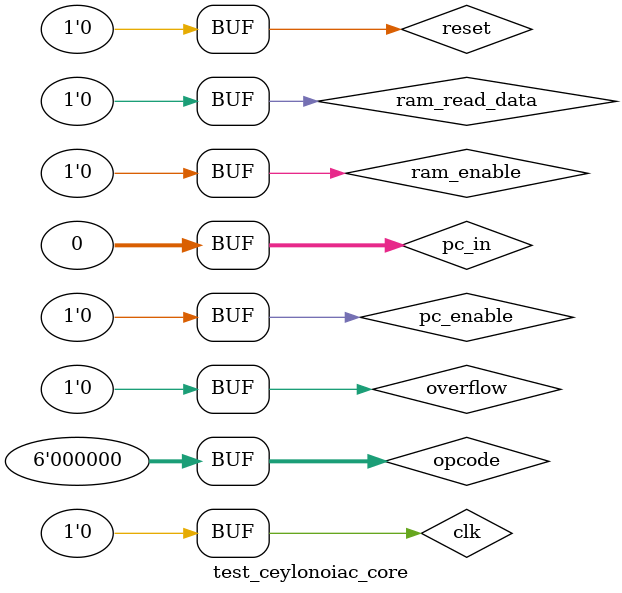
<source format=v>
`timescale 1ns / 1ps


module test_ceylonoiac_core;

	// Inputs
	reg clk;
	reg reset;
	reg [5:0] opcode;
	reg overflow;
	reg pc_enable;
	reg [31:0] pc_in;
	reg ram_enable;
	reg [0:0] ram_read_data;

	// Outputs
	wire [3:0] alu_op;
	wire pc_write_cond;
	wire pc_write;
	wire i_or_d;
	wire mem_read;
	wire mem_write;
	wire mem_to_reg;
	wire ir_write;
	wire [1:0] pc_source;
	wire alu_src_a;
	wire [1:0] alu_src_b;
	wire reg_write;
	wire reg_dst;
	wire epc_write;
	wire cause_write;
	wire int_cause;
	wire [3:0] current_state;
	wire [31:0] pc_out;
	wire ram_write_enable;
	wire ram_read_enable;
	wire [0:0] ram_addr;
	wire [0:0] ram_write_data;
	

	// Instantiate the Unit Under Test (UUT)
	ceyloniac_pc_ram_control uut (
		.clk(clk), 
		.reset(reset), 
		.opcode(opcode), 
		.overflow(overflow), 
		.alu_op(alu_op), 
		.pc_write_cond(pc_write_cond), 
		.pc_write(pc_write), 
		.i_or_d(i_or_d), 
		.mem_read(mem_read), 
		.mem_write(mem_write), 
		.mem_to_reg(mem_to_reg), 
		.ir_write(ir_write), 
		.pc_source(pc_source), 
		.alu_src_a(alu_src_a), 
		.alu_src_b(alu_src_b), 
		.reg_write(reg_write), 
		.reg_dst(reg_dst), 
		.epc_write(epc_write), 
		.cause_write(cause_write), 
		.int_cause(int_cause), 
		.current_state(current_state), 
		.pc_enable(pc_enable), 
		.pc_in(pc_in), 
		.pc_out(pc_out), 
		.ram_enable(ram_enable), 
		.ram_write_enable(ram_write_enable), 
		.ram_read_enable(ram_read_enable), 
		.ram_addr(ram_addr), 
		.ram_write_data(ram_write_data), 
		.ram_read_data(ram_read_data)
	);

	initial begin
		// Initialize Inputs
		clk = 0;
		reset = 0;
		opcode = 0;
		overflow = 0;
		pc_enable = 0;
		pc_in = 0;
		ram_enable = 0;
		ram_read_data = 0;

		// Wait 100 ns for global reset to finish
		#100;
        
		// Add stimulus here

	end
      
endmodule


</source>
